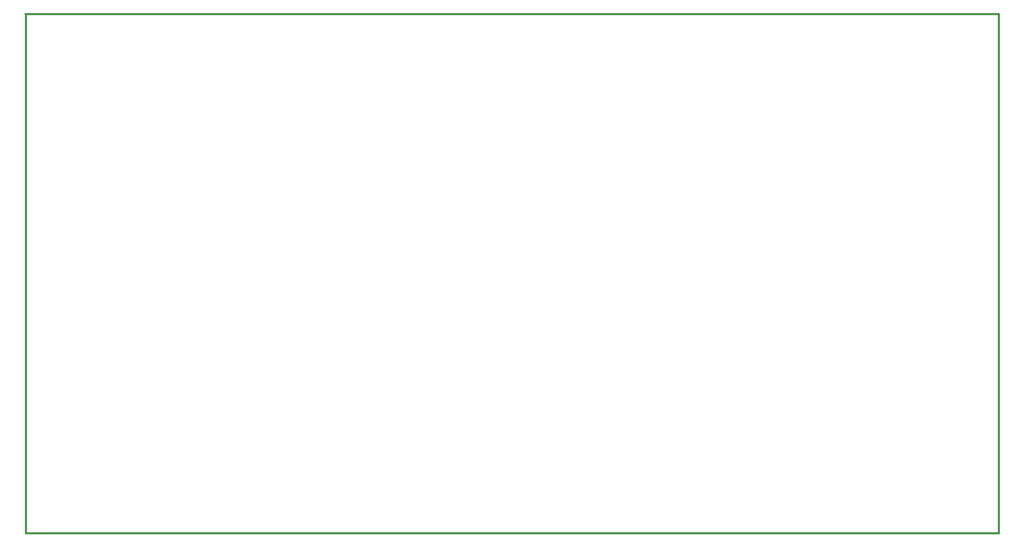
<source format=gbr>
G04 (created by PCBNEW-RS274X (2012-apr-16-27)-stable) date Tue 12 Feb 2013 09:41:14 AM EST*
G01*
G70*
G90*
%MOIN*%
G04 Gerber Fmt 3.4, Leading zero omitted, Abs format*
%FSLAX34Y34*%
G04 APERTURE LIST*
%ADD10C,0.006000*%
%ADD11C,0.015000*%
G04 APERTURE END LIST*
G54D10*
G54D11*
X76973Y-00140D02*
X00143Y-00140D01*
X76973Y-41183D02*
X76973Y-00140D01*
X00162Y-41183D02*
X76973Y-41183D01*
X00162Y-00140D02*
X00162Y-41183D01*
M02*

</source>
